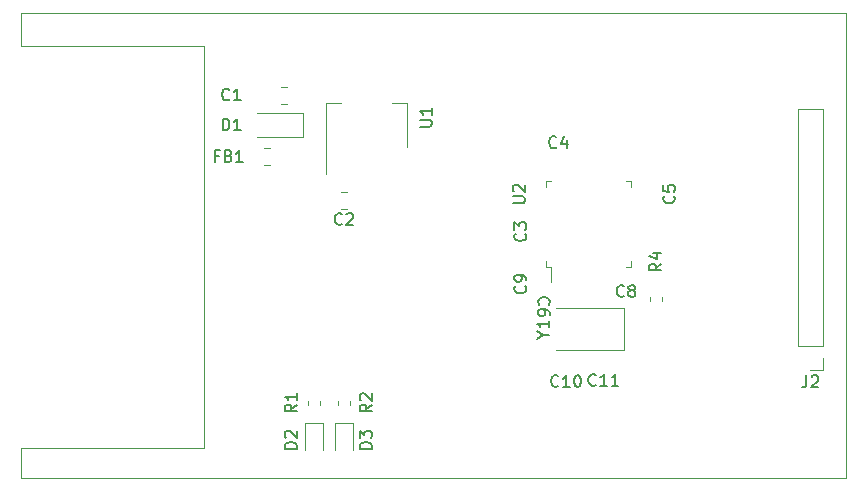
<source format=gbr>
G04 #@! TF.GenerationSoftware,KiCad,Pcbnew,(5.1.5-0-10_14)*
G04 #@! TF.CreationDate,2020-05-27T20:18:48+02:00*
G04 #@! TF.ProjectId,roxie-lcd,726f7869-652d-46c6-9364-2e6b69636164,rev?*
G04 #@! TF.SameCoordinates,Original*
G04 #@! TF.FileFunction,Legend,Top*
G04 #@! TF.FilePolarity,Positive*
%FSLAX46Y46*%
G04 Gerber Fmt 4.6, Leading zero omitted, Abs format (unit mm)*
G04 Created by KiCad (PCBNEW (5.1.5-0-10_14)) date 2020-05-27 20:18:48*
%MOMM*%
%LPD*%
G04 APERTURE LIST*
%ADD10C,0.120000*%
%ADD11C,0.150000*%
G04 APERTURE END LIST*
D10*
X19050000Y-55880000D02*
X19050000Y-58420000D01*
X34544000Y-55880000D02*
X19050000Y-55880000D01*
X34544000Y-21844000D02*
X34544000Y-55880000D01*
X19050000Y-21844000D02*
X34544000Y-21844000D01*
X19050000Y-20320000D02*
X19050000Y-21844000D01*
X19050000Y-19050000D02*
X19050000Y-20320000D01*
X19050000Y-19050000D02*
X88900000Y-19050000D01*
X88900000Y-58420000D02*
X19050000Y-58420000D01*
X88900000Y-19050000D02*
X88900000Y-58420000D01*
X86912000Y-49318000D02*
X85852000Y-49318000D01*
X86912000Y-48258000D02*
X86912000Y-49318000D01*
X86912000Y-47258000D02*
X84792000Y-47258000D01*
X84792000Y-47258000D02*
X84792000Y-27198000D01*
X86912000Y-47258000D02*
X86912000Y-27198000D01*
X86912000Y-27198000D02*
X84792000Y-27198000D01*
X44850000Y-32675000D02*
X44850000Y-26665000D01*
X51670000Y-30425000D02*
X51670000Y-26665000D01*
X44850000Y-26665000D02*
X46110000Y-26665000D01*
X51670000Y-26665000D02*
X50410000Y-26665000D01*
X72261000Y-43144221D02*
X72261000Y-43469779D01*
X73281000Y-43144221D02*
X73281000Y-43469779D01*
X46865000Y-52232779D02*
X46865000Y-51907221D01*
X45845000Y-52232779D02*
X45845000Y-51907221D01*
X44325000Y-52232779D02*
X44325000Y-51907221D01*
X43305000Y-52232779D02*
X43305000Y-51907221D01*
X45620000Y-53760000D02*
X45620000Y-56045000D01*
X47090000Y-53760000D02*
X45620000Y-53760000D01*
X47090000Y-56045000D02*
X47090000Y-53760000D01*
X43080000Y-53760000D02*
X43080000Y-56045000D01*
X44550000Y-53760000D02*
X43080000Y-53760000D01*
X44550000Y-56045000D02*
X44550000Y-53760000D01*
X42890000Y-29575000D02*
X38990000Y-29575000D01*
X42890000Y-27575000D02*
X38990000Y-27575000D01*
X42890000Y-29575000D02*
X42890000Y-27575000D01*
X63896000Y-40567000D02*
X63896000Y-41857000D01*
X63446000Y-40567000D02*
X63896000Y-40567000D01*
X63446000Y-40117000D02*
X63446000Y-40567000D01*
X63446000Y-33347000D02*
X63896000Y-33347000D01*
X63446000Y-33797000D02*
X63446000Y-33347000D01*
X70666000Y-40567000D02*
X70216000Y-40567000D01*
X70666000Y-40117000D02*
X70666000Y-40567000D01*
X70666000Y-33347000D02*
X70216000Y-33347000D01*
X70666000Y-33797000D02*
X70666000Y-33347000D01*
X70106000Y-44047000D02*
X64356000Y-44047000D01*
X70106000Y-47647000D02*
X70106000Y-44047000D01*
X64356000Y-47647000D02*
X70106000Y-47647000D01*
X39619422Y-31952000D02*
X40136578Y-31952000D01*
X39619422Y-30532000D02*
X40136578Y-30532000D01*
X46613578Y-34215000D02*
X46096422Y-34215000D01*
X46613578Y-35635000D02*
X46096422Y-35635000D01*
X41016422Y-26745000D02*
X41533578Y-26745000D01*
X41016422Y-25325000D02*
X41533578Y-25325000D01*
D11*
X85518666Y-49770380D02*
X85518666Y-50484666D01*
X85471047Y-50627523D01*
X85375809Y-50722761D01*
X85232952Y-50770380D01*
X85137714Y-50770380D01*
X85947238Y-49865619D02*
X85994857Y-49818000D01*
X86090095Y-49770380D01*
X86328190Y-49770380D01*
X86423428Y-49818000D01*
X86471047Y-49865619D01*
X86518666Y-49960857D01*
X86518666Y-50056095D01*
X86471047Y-50198952D01*
X85899619Y-50770380D01*
X86518666Y-50770380D01*
X52792380Y-28701904D02*
X53601904Y-28701904D01*
X53697142Y-28654285D01*
X53744761Y-28606666D01*
X53792380Y-28511428D01*
X53792380Y-28320952D01*
X53744761Y-28225714D01*
X53697142Y-28178095D01*
X53601904Y-28130476D01*
X52792380Y-28130476D01*
X53792380Y-27130476D02*
X53792380Y-27701904D01*
X53792380Y-27416190D02*
X52792380Y-27416190D01*
X52935238Y-27511428D01*
X53030476Y-27606666D01*
X53078095Y-27701904D01*
X73223380Y-40298666D02*
X72747190Y-40632000D01*
X73223380Y-40870095D02*
X72223380Y-40870095D01*
X72223380Y-40489142D01*
X72271000Y-40393904D01*
X72318619Y-40346285D01*
X72413857Y-40298666D01*
X72556714Y-40298666D01*
X72651952Y-40346285D01*
X72699571Y-40393904D01*
X72747190Y-40489142D01*
X72747190Y-40870095D01*
X72556714Y-39441523D02*
X73223380Y-39441523D01*
X72175761Y-39679619D02*
X72890047Y-39917714D01*
X72890047Y-39298666D01*
X48712380Y-52236666D02*
X48236190Y-52570000D01*
X48712380Y-52808095D02*
X47712380Y-52808095D01*
X47712380Y-52427142D01*
X47760000Y-52331904D01*
X47807619Y-52284285D01*
X47902857Y-52236666D01*
X48045714Y-52236666D01*
X48140952Y-52284285D01*
X48188571Y-52331904D01*
X48236190Y-52427142D01*
X48236190Y-52808095D01*
X47807619Y-51855714D02*
X47760000Y-51808095D01*
X47712380Y-51712857D01*
X47712380Y-51474761D01*
X47760000Y-51379523D01*
X47807619Y-51331904D01*
X47902857Y-51284285D01*
X47998095Y-51284285D01*
X48140952Y-51331904D01*
X48712380Y-51903333D01*
X48712380Y-51284285D01*
X42362380Y-52236666D02*
X41886190Y-52570000D01*
X42362380Y-52808095D02*
X41362380Y-52808095D01*
X41362380Y-52427142D01*
X41410000Y-52331904D01*
X41457619Y-52284285D01*
X41552857Y-52236666D01*
X41695714Y-52236666D01*
X41790952Y-52284285D01*
X41838571Y-52331904D01*
X41886190Y-52427142D01*
X41886190Y-52808095D01*
X42362380Y-51284285D02*
X42362380Y-51855714D01*
X42362380Y-51570000D02*
X41362380Y-51570000D01*
X41505238Y-51665238D01*
X41600476Y-51760476D01*
X41648095Y-51855714D01*
X48712380Y-55983095D02*
X47712380Y-55983095D01*
X47712380Y-55745000D01*
X47760000Y-55602142D01*
X47855238Y-55506904D01*
X47950476Y-55459285D01*
X48140952Y-55411666D01*
X48283809Y-55411666D01*
X48474285Y-55459285D01*
X48569523Y-55506904D01*
X48664761Y-55602142D01*
X48712380Y-55745000D01*
X48712380Y-55983095D01*
X47712380Y-55078333D02*
X47712380Y-54459285D01*
X48093333Y-54792619D01*
X48093333Y-54649761D01*
X48140952Y-54554523D01*
X48188571Y-54506904D01*
X48283809Y-54459285D01*
X48521904Y-54459285D01*
X48617142Y-54506904D01*
X48664761Y-54554523D01*
X48712380Y-54649761D01*
X48712380Y-54935476D01*
X48664761Y-55030714D01*
X48617142Y-55078333D01*
X42362380Y-55983095D02*
X41362380Y-55983095D01*
X41362380Y-55745000D01*
X41410000Y-55602142D01*
X41505238Y-55506904D01*
X41600476Y-55459285D01*
X41790952Y-55411666D01*
X41933809Y-55411666D01*
X42124285Y-55459285D01*
X42219523Y-55506904D01*
X42314761Y-55602142D01*
X42362380Y-55745000D01*
X42362380Y-55983095D01*
X41457619Y-55030714D02*
X41410000Y-54983095D01*
X41362380Y-54887857D01*
X41362380Y-54649761D01*
X41410000Y-54554523D01*
X41457619Y-54506904D01*
X41552857Y-54459285D01*
X41648095Y-54459285D01*
X41790952Y-54506904D01*
X42362380Y-55078333D01*
X42362380Y-54459285D01*
X36091904Y-29027380D02*
X36091904Y-28027380D01*
X36330000Y-28027380D01*
X36472857Y-28075000D01*
X36568095Y-28170238D01*
X36615714Y-28265476D01*
X36663333Y-28455952D01*
X36663333Y-28598809D01*
X36615714Y-28789285D01*
X36568095Y-28884523D01*
X36472857Y-28979761D01*
X36330000Y-29027380D01*
X36091904Y-29027380D01*
X37615714Y-29027380D02*
X37044285Y-29027380D01*
X37330000Y-29027380D02*
X37330000Y-28027380D01*
X37234761Y-28170238D01*
X37139523Y-28265476D01*
X37044285Y-28313095D01*
X67683142Y-50549142D02*
X67635523Y-50596761D01*
X67492666Y-50644380D01*
X67397428Y-50644380D01*
X67254571Y-50596761D01*
X67159333Y-50501523D01*
X67111714Y-50406285D01*
X67064095Y-50215809D01*
X67064095Y-50072952D01*
X67111714Y-49882476D01*
X67159333Y-49787238D01*
X67254571Y-49692000D01*
X67397428Y-49644380D01*
X67492666Y-49644380D01*
X67635523Y-49692000D01*
X67683142Y-49739619D01*
X68635523Y-50644380D02*
X68064095Y-50644380D01*
X68349809Y-50644380D02*
X68349809Y-49644380D01*
X68254571Y-49787238D01*
X68159333Y-49882476D01*
X68064095Y-49930095D01*
X69587904Y-50644380D02*
X69016476Y-50644380D01*
X69302190Y-50644380D02*
X69302190Y-49644380D01*
X69206952Y-49787238D01*
X69111714Y-49882476D01*
X69016476Y-49930095D01*
X64508142Y-50649142D02*
X64460523Y-50696761D01*
X64317666Y-50744380D01*
X64222428Y-50744380D01*
X64079571Y-50696761D01*
X63984333Y-50601523D01*
X63936714Y-50506285D01*
X63889095Y-50315809D01*
X63889095Y-50172952D01*
X63936714Y-49982476D01*
X63984333Y-49887238D01*
X64079571Y-49792000D01*
X64222428Y-49744380D01*
X64317666Y-49744380D01*
X64460523Y-49792000D01*
X64508142Y-49839619D01*
X65460523Y-50744380D02*
X64889095Y-50744380D01*
X65174809Y-50744380D02*
X65174809Y-49744380D01*
X65079571Y-49887238D01*
X64984333Y-49982476D01*
X64889095Y-50030095D01*
X66079571Y-49744380D02*
X66174809Y-49744380D01*
X66270047Y-49792000D01*
X66317666Y-49839619D01*
X66365285Y-49934857D01*
X66412904Y-50125333D01*
X66412904Y-50363428D01*
X66365285Y-50553904D01*
X66317666Y-50649142D01*
X66270047Y-50696761D01*
X66174809Y-50744380D01*
X66079571Y-50744380D01*
X65984333Y-50696761D01*
X65936714Y-50649142D01*
X65889095Y-50553904D01*
X65841476Y-50363428D01*
X65841476Y-50125333D01*
X65889095Y-49934857D01*
X65936714Y-49839619D01*
X65984333Y-49792000D01*
X66079571Y-49744380D01*
X61698142Y-42203666D02*
X61745761Y-42251285D01*
X61793380Y-42394142D01*
X61793380Y-42489380D01*
X61745761Y-42632238D01*
X61650523Y-42727476D01*
X61555285Y-42775095D01*
X61364809Y-42822714D01*
X61221952Y-42822714D01*
X61031476Y-42775095D01*
X60936238Y-42727476D01*
X60841000Y-42632238D01*
X60793380Y-42489380D01*
X60793380Y-42394142D01*
X60841000Y-42251285D01*
X60888619Y-42203666D01*
X61793380Y-41727476D02*
X61793380Y-41537000D01*
X61745761Y-41441761D01*
X61698142Y-41394142D01*
X61555285Y-41298904D01*
X61364809Y-41251285D01*
X60983857Y-41251285D01*
X60888619Y-41298904D01*
X60841000Y-41346523D01*
X60793380Y-41441761D01*
X60793380Y-41632238D01*
X60841000Y-41727476D01*
X60888619Y-41775095D01*
X60983857Y-41822714D01*
X61221952Y-41822714D01*
X61317190Y-41775095D01*
X61364809Y-41727476D01*
X61412428Y-41632238D01*
X61412428Y-41441761D01*
X61364809Y-41346523D01*
X61317190Y-41298904D01*
X61221952Y-41251285D01*
X70064333Y-43029142D02*
X70016714Y-43076761D01*
X69873857Y-43124380D01*
X69778619Y-43124380D01*
X69635761Y-43076761D01*
X69540523Y-42981523D01*
X69492904Y-42886285D01*
X69445285Y-42695809D01*
X69445285Y-42552952D01*
X69492904Y-42362476D01*
X69540523Y-42267238D01*
X69635761Y-42172000D01*
X69778619Y-42124380D01*
X69873857Y-42124380D01*
X70016714Y-42172000D01*
X70064333Y-42219619D01*
X70635761Y-42552952D02*
X70540523Y-42505333D01*
X70492904Y-42457714D01*
X70445285Y-42362476D01*
X70445285Y-42314857D01*
X70492904Y-42219619D01*
X70540523Y-42172000D01*
X70635761Y-42124380D01*
X70826238Y-42124380D01*
X70921476Y-42172000D01*
X70969095Y-42219619D01*
X71016714Y-42314857D01*
X71016714Y-42362476D01*
X70969095Y-42457714D01*
X70921476Y-42505333D01*
X70826238Y-42552952D01*
X70635761Y-42552952D01*
X70540523Y-42600571D01*
X70492904Y-42648190D01*
X70445285Y-42743428D01*
X70445285Y-42933904D01*
X70492904Y-43029142D01*
X70540523Y-43076761D01*
X70635761Y-43124380D01*
X70826238Y-43124380D01*
X70921476Y-43076761D01*
X70969095Y-43029142D01*
X71016714Y-42933904D01*
X71016714Y-42743428D01*
X70969095Y-42648190D01*
X70921476Y-42600571D01*
X70826238Y-42552952D01*
X62888857Y-43775333D02*
X62841238Y-43727714D01*
X62793619Y-43584857D01*
X62793619Y-43489619D01*
X62841238Y-43346761D01*
X62936476Y-43251523D01*
X63031714Y-43203904D01*
X63222190Y-43156285D01*
X63365047Y-43156285D01*
X63555523Y-43203904D01*
X63650761Y-43251523D01*
X63746000Y-43346761D01*
X63793619Y-43489619D01*
X63793619Y-43584857D01*
X63746000Y-43727714D01*
X63698380Y-43775333D01*
X63793619Y-44632476D02*
X63793619Y-44442000D01*
X63746000Y-44346761D01*
X63698380Y-44299142D01*
X63555523Y-44203904D01*
X63365047Y-44156285D01*
X62984095Y-44156285D01*
X62888857Y-44203904D01*
X62841238Y-44251523D01*
X62793619Y-44346761D01*
X62793619Y-44537238D01*
X62841238Y-44632476D01*
X62888857Y-44680095D01*
X62984095Y-44727714D01*
X63222190Y-44727714D01*
X63317428Y-44680095D01*
X63365047Y-44632476D01*
X63412666Y-44537238D01*
X63412666Y-44346761D01*
X63365047Y-44251523D01*
X63317428Y-44203904D01*
X63222190Y-44156285D01*
X60658380Y-35178904D02*
X61467904Y-35178904D01*
X61563142Y-35131285D01*
X61610761Y-35083666D01*
X61658380Y-34988428D01*
X61658380Y-34797952D01*
X61610761Y-34702714D01*
X61563142Y-34655095D01*
X61467904Y-34607476D01*
X60658380Y-34607476D01*
X60753619Y-34178904D02*
X60706000Y-34131285D01*
X60658380Y-34036047D01*
X60658380Y-33797952D01*
X60706000Y-33702714D01*
X60753619Y-33655095D01*
X60848857Y-33607476D01*
X60944095Y-33607476D01*
X61086952Y-33655095D01*
X61658380Y-34226523D01*
X61658380Y-33607476D01*
X63222190Y-46323190D02*
X63698380Y-46323190D01*
X62698380Y-46656523D02*
X63222190Y-46323190D01*
X62698380Y-45989857D01*
X63698380Y-45132714D02*
X63698380Y-45704142D01*
X63698380Y-45418428D02*
X62698380Y-45418428D01*
X62841238Y-45513666D01*
X62936476Y-45608904D01*
X62984095Y-45704142D01*
X35742666Y-31170571D02*
X35409333Y-31170571D01*
X35409333Y-31694380D02*
X35409333Y-30694380D01*
X35885523Y-30694380D01*
X36599809Y-31170571D02*
X36742666Y-31218190D01*
X36790285Y-31265809D01*
X36837904Y-31361047D01*
X36837904Y-31503904D01*
X36790285Y-31599142D01*
X36742666Y-31646761D01*
X36647428Y-31694380D01*
X36266476Y-31694380D01*
X36266476Y-30694380D01*
X36599809Y-30694380D01*
X36695047Y-30742000D01*
X36742666Y-30789619D01*
X36790285Y-30884857D01*
X36790285Y-30980095D01*
X36742666Y-31075333D01*
X36695047Y-31122952D01*
X36599809Y-31170571D01*
X36266476Y-31170571D01*
X37790285Y-31694380D02*
X37218857Y-31694380D01*
X37504571Y-31694380D02*
X37504571Y-30694380D01*
X37409333Y-30837238D01*
X37314095Y-30932476D01*
X37218857Y-30980095D01*
X74298142Y-34583666D02*
X74345761Y-34631285D01*
X74393380Y-34774142D01*
X74393380Y-34869380D01*
X74345761Y-35012238D01*
X74250523Y-35107476D01*
X74155285Y-35155095D01*
X73964809Y-35202714D01*
X73821952Y-35202714D01*
X73631476Y-35155095D01*
X73536238Y-35107476D01*
X73441000Y-35012238D01*
X73393380Y-34869380D01*
X73393380Y-34774142D01*
X73441000Y-34631285D01*
X73488619Y-34583666D01*
X73393380Y-33678904D02*
X73393380Y-34155095D01*
X73869571Y-34202714D01*
X73821952Y-34155095D01*
X73774333Y-34059857D01*
X73774333Y-33821761D01*
X73821952Y-33726523D01*
X73869571Y-33678904D01*
X73964809Y-33631285D01*
X74202904Y-33631285D01*
X74298142Y-33678904D01*
X74345761Y-33726523D01*
X74393380Y-33821761D01*
X74393380Y-34059857D01*
X74345761Y-34155095D01*
X74298142Y-34202714D01*
X64349333Y-30429142D02*
X64301714Y-30476761D01*
X64158857Y-30524380D01*
X64063619Y-30524380D01*
X63920761Y-30476761D01*
X63825523Y-30381523D01*
X63777904Y-30286285D01*
X63730285Y-30095809D01*
X63730285Y-29952952D01*
X63777904Y-29762476D01*
X63825523Y-29667238D01*
X63920761Y-29572000D01*
X64063619Y-29524380D01*
X64158857Y-29524380D01*
X64301714Y-29572000D01*
X64349333Y-29619619D01*
X65206476Y-29857714D02*
X65206476Y-30524380D01*
X64968380Y-29476761D02*
X64730285Y-30191047D01*
X65349333Y-30191047D01*
X61698142Y-37758666D02*
X61745761Y-37806285D01*
X61793380Y-37949142D01*
X61793380Y-38044380D01*
X61745761Y-38187238D01*
X61650523Y-38282476D01*
X61555285Y-38330095D01*
X61364809Y-38377714D01*
X61221952Y-38377714D01*
X61031476Y-38330095D01*
X60936238Y-38282476D01*
X60841000Y-38187238D01*
X60793380Y-38044380D01*
X60793380Y-37949142D01*
X60841000Y-37806285D01*
X60888619Y-37758666D01*
X60793380Y-37425333D02*
X60793380Y-36806285D01*
X61174333Y-37139619D01*
X61174333Y-36996761D01*
X61221952Y-36901523D01*
X61269571Y-36853904D01*
X61364809Y-36806285D01*
X61602904Y-36806285D01*
X61698142Y-36853904D01*
X61745761Y-36901523D01*
X61793380Y-36996761D01*
X61793380Y-37282476D01*
X61745761Y-37377714D01*
X61698142Y-37425333D01*
X46188333Y-36932142D02*
X46140714Y-36979761D01*
X45997857Y-37027380D01*
X45902619Y-37027380D01*
X45759761Y-36979761D01*
X45664523Y-36884523D01*
X45616904Y-36789285D01*
X45569285Y-36598809D01*
X45569285Y-36455952D01*
X45616904Y-36265476D01*
X45664523Y-36170238D01*
X45759761Y-36075000D01*
X45902619Y-36027380D01*
X45997857Y-36027380D01*
X46140714Y-36075000D01*
X46188333Y-36122619D01*
X46569285Y-36122619D02*
X46616904Y-36075000D01*
X46712142Y-36027380D01*
X46950238Y-36027380D01*
X47045476Y-36075000D01*
X47093095Y-36122619D01*
X47140714Y-36217857D01*
X47140714Y-36313095D01*
X47093095Y-36455952D01*
X46521666Y-37027380D01*
X47140714Y-37027380D01*
X36663333Y-26392142D02*
X36615714Y-26439761D01*
X36472857Y-26487380D01*
X36377619Y-26487380D01*
X36234761Y-26439761D01*
X36139523Y-26344523D01*
X36091904Y-26249285D01*
X36044285Y-26058809D01*
X36044285Y-25915952D01*
X36091904Y-25725476D01*
X36139523Y-25630238D01*
X36234761Y-25535000D01*
X36377619Y-25487380D01*
X36472857Y-25487380D01*
X36615714Y-25535000D01*
X36663333Y-25582619D01*
X37615714Y-26487380D02*
X37044285Y-26487380D01*
X37330000Y-26487380D02*
X37330000Y-25487380D01*
X37234761Y-25630238D01*
X37139523Y-25725476D01*
X37044285Y-25773095D01*
M02*

</source>
